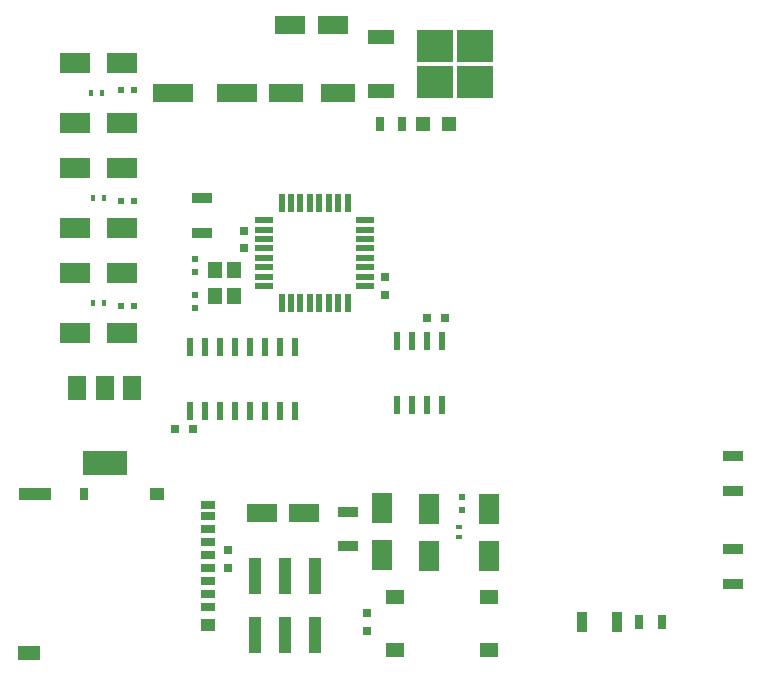
<source format=gbr>
G04 #@! TF.GenerationSoftware,KiCad,Pcbnew,(2017-12-14 revision b47a06e)-master*
G04 #@! TF.CreationDate,2018-01-03T11:33:46-08:00*
G04 #@! TF.ProjectId,Elephant-3,456C657068616E742D332E6B69636164,1*
G04 #@! TF.SameCoordinates,Original*
G04 #@! TF.FileFunction,Paste,Top*
G04 #@! TF.FilePolarity,Positive*
%FSLAX46Y46*%
G04 Gerber Fmt 4.6, Leading zero omitted, Abs format (unit mm)*
G04 Created by KiCad (PCBNEW (2017-12-14 revision b47a06e)-master) date Wednesday, January 03, 2018 'AMt' 11:33:46 AM*
%MOMM*%
%LPD*%
G01*
G04 APERTURE LIST*
%ADD10R,3.800000X2.000000*%
%ADD11R,1.500000X2.000000*%
%ADD12R,0.600000X1.550000*%
%ADD13R,0.500000X0.600000*%
%ADD14R,1.800000X2.500000*%
%ADD15R,0.600000X0.400000*%
%ADD16R,2.500000X1.800000*%
%ADD17R,1.200000X0.700000*%
%ADD18R,1.200000X1.000000*%
%ADD19R,0.800000X1.000000*%
%ADD20R,2.800000X1.000000*%
%ADD21R,1.900000X1.300000*%
%ADD22R,0.600000X1.500000*%
%ADD23R,0.750000X0.800000*%
%ADD24R,3.500000X1.600000*%
%ADD25R,3.000000X1.600000*%
%ADD26R,0.600000X0.500000*%
%ADD27R,2.600000X1.600000*%
%ADD28R,0.800000X0.750000*%
%ADD29R,1.000000X3.150000*%
%ADD30R,1.200000X1.200000*%
%ADD31R,0.700000X1.300000*%
%ADD32R,0.400000X0.600000*%
%ADD33R,1.700000X0.900000*%
%ADD34R,0.900000X1.700000*%
%ADD35R,1.550000X1.300000*%
%ADD36R,0.550000X1.600000*%
%ADD37R,1.600000X0.550000*%
%ADD38R,1.200000X1.400000*%
%ADD39R,3.050000X2.750000*%
%ADD40R,2.200000X1.200000*%
G04 APERTURE END LIST*
D10*
X127000000Y-109195000D03*
D11*
X127000000Y-102895000D03*
X124700000Y-102895000D03*
X129300000Y-102895000D03*
D12*
X151765000Y-98900000D03*
X153035000Y-98900000D03*
X154305000Y-98900000D03*
X155575000Y-98900000D03*
X155575000Y-104300000D03*
X154305000Y-104300000D03*
X153035000Y-104300000D03*
X151765000Y-104300000D03*
D13*
X157226000Y-113199000D03*
X157226000Y-112099000D03*
D14*
X154432000Y-117062000D03*
X154432000Y-113062000D03*
D15*
X156972000Y-115512000D03*
X156972000Y-114612000D03*
D14*
X159512000Y-113062000D03*
X159512000Y-117062000D03*
D16*
X124492000Y-89281000D03*
X128492000Y-89281000D03*
D17*
X135728000Y-112762000D03*
X135728000Y-113712000D03*
X135728000Y-121412000D03*
X135728000Y-120312000D03*
X135728000Y-119212000D03*
X135728000Y-118112000D03*
X135728000Y-117012000D03*
X135728000Y-115912000D03*
X135728000Y-114812000D03*
D18*
X135728000Y-122962000D03*
X131428000Y-111812000D03*
D19*
X125228000Y-111812000D03*
D20*
X121078000Y-111812000D03*
D21*
X120628000Y-125312000D03*
D22*
X134239000Y-104808000D03*
X135509000Y-104808000D03*
X136779000Y-104808000D03*
X138049000Y-104808000D03*
X139319000Y-104808000D03*
X140589000Y-104808000D03*
X141859000Y-104808000D03*
X143129000Y-104808000D03*
X143129000Y-99408000D03*
X141859000Y-99408000D03*
X140589000Y-99408000D03*
X139319000Y-99408000D03*
X138049000Y-99408000D03*
X136779000Y-99408000D03*
X135509000Y-99408000D03*
X134239000Y-99408000D03*
D23*
X138811000Y-89547000D03*
X138811000Y-91047000D03*
X150749000Y-93484000D03*
X150749000Y-94984000D03*
D24*
X138209000Y-77851000D03*
X132809000Y-77851000D03*
D25*
X142326000Y-77851000D03*
X146726000Y-77851000D03*
D26*
X128355000Y-95885000D03*
X129455000Y-95885000D03*
D27*
X143913000Y-113411000D03*
X140313000Y-113411000D03*
D26*
X128355000Y-86995000D03*
X129455000Y-86995000D03*
D13*
X134620000Y-91906000D03*
X134620000Y-93006000D03*
X134620000Y-94954000D03*
X134620000Y-96054000D03*
D26*
X129455000Y-77597000D03*
X128355000Y-77597000D03*
D28*
X132981000Y-106299000D03*
X134481000Y-106299000D03*
D23*
X149225000Y-121920000D03*
X149225000Y-123420000D03*
D28*
X154317000Y-96901000D03*
X155817000Y-96901000D03*
D23*
X137414000Y-116598000D03*
X137414000Y-118098000D03*
D29*
X144780000Y-118760000D03*
X144780000Y-123810000D03*
X142240000Y-118760000D03*
X142240000Y-123810000D03*
X139700000Y-118760000D03*
X139700000Y-123810000D03*
D30*
X156167000Y-80518000D03*
X153967000Y-80518000D03*
D16*
X128492000Y-98171000D03*
X124492000Y-98171000D03*
X128492000Y-93091000D03*
X124492000Y-93091000D03*
X124492000Y-84201000D03*
X128492000Y-84201000D03*
D14*
X150495000Y-113030000D03*
X150495000Y-117030000D03*
D16*
X124492000Y-80391000D03*
X128492000Y-80391000D03*
X124492000Y-75311000D03*
X128492000Y-75311000D03*
D31*
X150307000Y-80518000D03*
X152207000Y-80518000D03*
D32*
X126942000Y-95631000D03*
X126042000Y-95631000D03*
X126042000Y-86741000D03*
X126942000Y-86741000D03*
D33*
X135255000Y-89715000D03*
X135255000Y-86815000D03*
X147574000Y-116258000D03*
X147574000Y-113358000D03*
D32*
X126757000Y-77851000D03*
X125857000Y-77851000D03*
D33*
X180213000Y-119433000D03*
X180213000Y-116533000D03*
D34*
X167460000Y-122682000D03*
X170360000Y-122682000D03*
D33*
X180213000Y-108659000D03*
X180213000Y-111559000D03*
D31*
X172278000Y-122682000D03*
X174178000Y-122682000D03*
D35*
X151595000Y-120559000D03*
X151595000Y-125059000D03*
X159555000Y-125059000D03*
X159555000Y-120559000D03*
D36*
X141980000Y-87190000D03*
X142780000Y-87190000D03*
X143580000Y-87190000D03*
X144380000Y-87190000D03*
X145180000Y-87190000D03*
X145980000Y-87190000D03*
X146780000Y-87190000D03*
X147580000Y-87190000D03*
D37*
X149030000Y-88640000D03*
X149030000Y-89440000D03*
X149030000Y-90240000D03*
X149030000Y-91040000D03*
X149030000Y-91840000D03*
X149030000Y-92640000D03*
X149030000Y-93440000D03*
X149030000Y-94240000D03*
D36*
X147580000Y-95690000D03*
X146780000Y-95690000D03*
X145980000Y-95690000D03*
X145180000Y-95690000D03*
X144380000Y-95690000D03*
X143580000Y-95690000D03*
X142780000Y-95690000D03*
X141980000Y-95690000D03*
D37*
X140530000Y-94240000D03*
X140530000Y-93440000D03*
X140530000Y-92640000D03*
X140530000Y-91840000D03*
X140530000Y-91040000D03*
X140530000Y-90240000D03*
X140530000Y-89440000D03*
X140530000Y-88640000D03*
D27*
X142726000Y-72136000D03*
X146326000Y-72136000D03*
D38*
X137960000Y-92880000D03*
X137960000Y-95080000D03*
X136360000Y-95080000D03*
X136360000Y-92880000D03*
D39*
X154984000Y-76963000D03*
X158334000Y-73913000D03*
X154984000Y-73913000D03*
X158334000Y-76963000D03*
D40*
X150359000Y-77718000D03*
X150359000Y-73158000D03*
M02*

</source>
